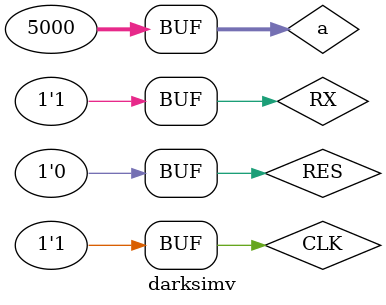
<source format=v>
/*
 * Copyright (c) 2018, Marcelo Samsoniuk
 * All rights reserved.
 * 
 * Redistribution and use in source and binary forms, with or without
 * modification, are permitted provided that the following conditions are met:
 * 
 * * Redistributions of source code must retain the above copyright notice, this
 *   list of conditions and the following disclaimer.
 * 
 * * Redistributions in binary form must reproduce the above copyright notice,
 *   this list of conditions and the following disclaimer in the documentation
 *   and/or other materials provided with the distribution.
 * 
 * * Neither the name of the copyright holder nor the names of its
 *   contributors may be used to endorse or promote products derived from
 *   this software without specific prior written permission.
 * 
 * THIS SOFTWARE IS PROVIDED BY THE COPYRIGHT HOLDERS AND CONTRIBUTORS "AS IS"
 * AND ANY EXPRESS OR IMPLIED WARRANTIES, INCLUDING, BUT NOT LIMITED TO, THE
 * IMPLIED WARRANTIES OF MERCHANTABILITY AND FITNESS FOR A PARTICULAR PURPOSE ARE
 * DISCLAIMED. IN NO EVENT SHALL THE COPYRIGHT HOLDER OR CONTRIBUTORS BE LIABLE
 * FOR ANY DIRECT, INDIRECT, INCIDENTAL, SPECIAL, EXEMPLARY, OR CONSEQUENTIAL
 * DAMAGES (INCLUDING, BUT NOT LIMITED TO, PROCUREMENT OF SUBSTITUTE GOODS OR
 * SERVICES; LOSS OF USE, DATA, OR PROFITS; OR BUSINESS INTERRUPTION) HOWEVER
 * CAUSED AND ON ANY THEORY OF LIABILITY, WHETHER IN CONTRACT, STRICT LIABILITY,
 * OR TORT (INCLUDING NEGLIGENCE OR OTHERWISE) ARISING IN ANY WAY OUT OF THE USE
 * OF THIS SOFTWARE, EVEN IF ADVISED OF THE POSSIBILITY OF SUCH DAMAGE. 
 */

//`timescale 1ns / 1ps
`include "../rtl/conf.vh"
`include "../rtl/socriscv32.v"

// clock and reset logic

`define BOARD_CK 100000000

module darksimv;

    reg CLK = 0;
    reg RES = 1;
    //reg [31:0] iROM_DATA,iRAM_DATA;

    // initial while(1) #(500e6/`BOARD_CK) CLK = !CLK; // clock generator w/ freq defined by config.vh

    integer i, a;
    
    initial
    begin
`ifdef __ICARUS__
        $dumpfile("darksocv.vcd");
        $dumpvars();
        // iROM_DATA = 32'h0;
	    // iRAM_DATA = 32'h0;
    `ifdef __REGDUMP__
        for(i=0;i!=`RLEN;i=i+1)
        begin
            $dumpvars(0,soc0.core0.REGS[i]);
        end
    `endif
`endif

        $display("reset---- (startup)");
        // #100    RES = 0;
        for (a = 0; a <5000; a = a+1 ) begin
			if(a == 500)
            begin
                RES = 0;
            end
            CLK=0;
			#1;
			CLK=1;	
			#1;	
		end

    end

    wire TX;
    wire RX = 1;

    socriscv32 soc0
    (
        .iCLK(CLK),
        .iRST(|RES),
        .UART_RXD(RX),
        .UART_TXD(TX)
    );

endmodule

</source>
